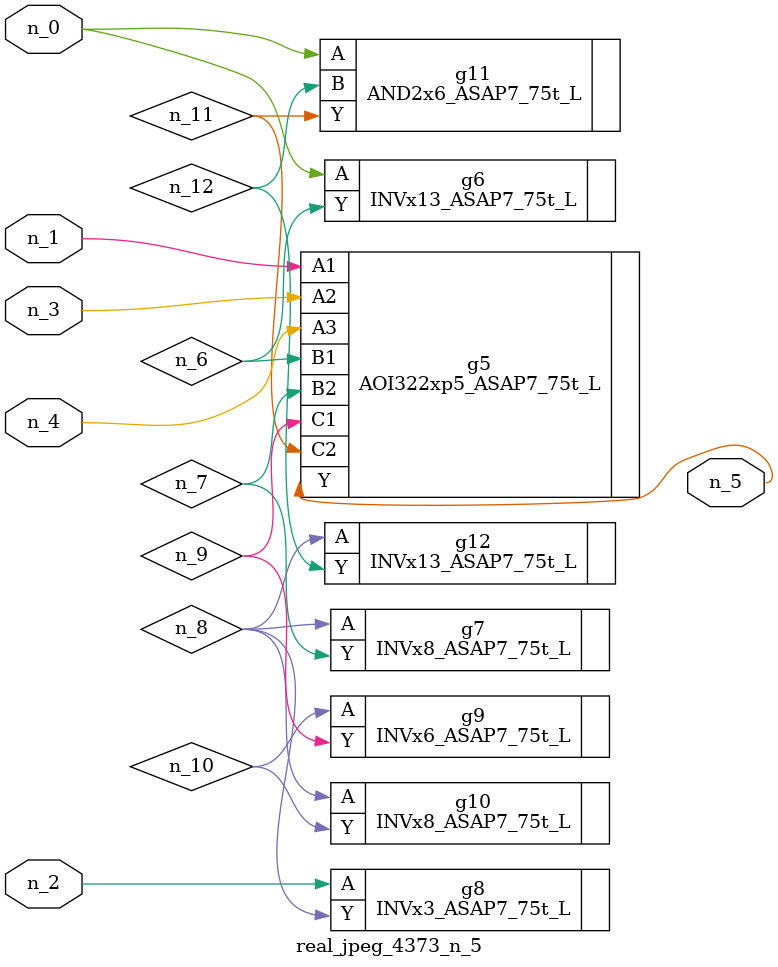
<source format=v>
module real_jpeg_4373_n_5 (n_4, n_0, n_1, n_2, n_3, n_5);

input n_4;
input n_0;
input n_1;
input n_2;
input n_3;

output n_5;

wire n_12;
wire n_8;
wire n_11;
wire n_6;
wire n_7;
wire n_10;
wire n_9;

INVx13_ASAP7_75t_L g6 ( 
.A(n_0),
.Y(n_6)
);

AND2x6_ASAP7_75t_L g11 ( 
.A(n_0),
.B(n_12),
.Y(n_11)
);

AOI322xp5_ASAP7_75t_L g5 ( 
.A1(n_1),
.A2(n_3),
.A3(n_4),
.B1(n_6),
.B2(n_7),
.C1(n_9),
.C2(n_11),
.Y(n_5)
);

INVx3_ASAP7_75t_L g8 ( 
.A(n_2),
.Y(n_8)
);

INVx8_ASAP7_75t_L g7 ( 
.A(n_8),
.Y(n_7)
);

INVx8_ASAP7_75t_L g10 ( 
.A(n_8),
.Y(n_10)
);

INVx13_ASAP7_75t_L g12 ( 
.A(n_8),
.Y(n_12)
);

INVx6_ASAP7_75t_L g9 ( 
.A(n_10),
.Y(n_9)
);


endmodule
</source>
